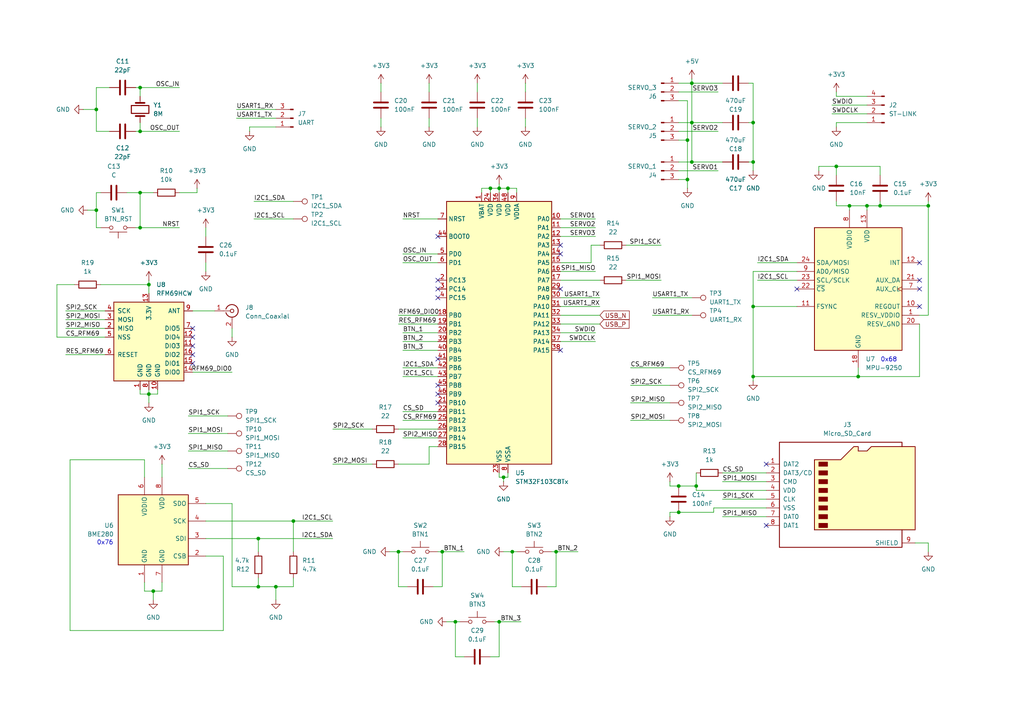
<source format=kicad_sch>
(kicad_sch (version 20250114) (generator "eeschema") (generator_version "9.0")
  (paper "A4")
  (title_block (title "NovaGlider") (date "2025-12-03") (rev "v1.1") (company "NovaGlider") (comment 1 "part of Saint-Barbara college") (comment 2 "created by Sam Vandenabeele"))
  (lib_symbols
    (symbol "Connector:Conn_01x03_Pin" (pin_names (offset 1.016) (hide yes))
      (property "Reference" "J" (at 0 5.08 0))
      (property "Value" "Conn_01x03_Pin" (at 0 -5.08 0))
      (symbol "Conn_01x03_Pin_1_1"
        (pin passive line (at 5.08 2.54 180) (length 3.81) (name "Pin_1") (number "1"))
        (pin passive line (at 5.08 0 180) (length 3.81) (name "Pin_2") (number "2"))
        (pin passive line (at 5.08 -2.54 180) (length 3.81) (name "Pin_3") (number "3"))
      )
    )
    (symbol "Connector:Conn_01x04_Pin" (pin_names (offset 1.016) (hide yes))
      (property "Reference" "J" (at 0 5.08 0))
      (property "Value" "Conn_01x04_Pin" (at 0 -7.62 0))
      (symbol "Conn_01x04_Pin_1_1"
        (pin passive line (at 5.08 2.54 180) (length 3.81) (name "Pin_1") (number "1"))
        (pin passive line (at 5.08 0 180) (length 3.81) (name "Pin_2") (number "2"))
        (pin passive line (at 5.08 -2.54 180) (length 3.81) (name "Pin_3") (number "3"))
        (pin passive line (at 5.08 -5.08 180) (length 3.81) (name "Pin_4") (number "4"))
      )
    )
    (symbol "Connector:Conn_Coaxial" (pin_names (offset 1.016) (hide yes))
      (property "Reference" "J" (at 0.254 3.048 0))
      (property "Value" "Conn_Coaxial" (at 2.921 0 90))
      (symbol "Conn_Coaxial_1_1"
        (pin passive line (at -5.08 0 0) (length 2.54) (name "In") (number "1"))
        (pin passive line (at 0 -5.08 90) (length 2.54) (name "Ext") (number "2"))
      )
    )
    (symbol "Connector:Micro_SD_Card" (pin_names (offset 1.016))
      (property "Reference" "J" (at -16.51 15.24 0))
      (property "Value" "Micro_SD_Card" (at 16.51 15.24 0))
      (symbol "Micro_SD_Card_1_1"
        (pin bidirectional line (at -22.86 7.62 0) (length 3.81) (name "DAT2") (number "1"))
        (pin bidirectional line (at -22.86 5.08 0) (length 3.81) (name "DAT3/CD") (number "2"))
        (pin input line (at -22.86 2.54 0) (length 3.81) (name "CMD") (number "3"))
        (pin power_in line (at -22.86 0 0) (length 3.81) (name "VDD") (number "4"))
        (pin input line (at -22.86 -2.54 0) (length 3.81) (name "CLK") (number "5"))
        (pin power_in line (at -22.86 -5.08 0) (length 3.81) (name "VSS") (number "6"))
        (pin bidirectional line (at -22.86 -7.62 0) (length 3.81) (name "DAT0") (number "7"))
        (pin bidirectional line (at -22.86 -10.16 0) (length 3.81) (name "DAT1") (number "8"))
        (pin passive line (at 20.32 -15.24 180) (length 3.81) (name "SHIELD") (number "9"))
      )
    )
    (symbol "Connector:TestPoint" (pin_numbers (hide yes)) (pin_names (offset 0.762) (hide yes))
      (property "Reference" "TP" (at 0 6.858 0))
      (property "Value" "TestPoint" (at 0 5.08 0))
      (symbol "TestPoint_1_1"
        (pin passive line (at 0 0 90) (length 2.54) (name "1") (number "1"))
      )
    )
    (symbol "Device:C" (pin_numbers (hide yes)) (pin_names (offset 0.254))
      (property "Reference" "C" (at 0.635 2.54 0))
      (property "Value" "C" (at 0.635 -2.54 0))
      (symbol "C_1_1"
        (pin passive line (at 0 3.81 270) (length 2.794) (name "~") (number "1"))
        (pin passive line (at 0 -3.81 90) (length 2.794) (name "~") (number "2"))
      )
    )
    (symbol "Device:Crystal" (pin_numbers (hide yes)) (pin_names (offset 1.016) (hide yes))
      (property "Reference" "Y" (at 0 3.81 0))
      (property "Value" "Crystal" (at 0 -3.81 0))
      (symbol "Crystal_1_1"
        (pin passive line (at -3.81 0 0) (length 1.27) (name "1") (number "1"))
        (pin passive line (at 3.81 0 180) (length 1.27) (name "2") (number "2"))
      )
    )
    (symbol "Device:R" (pin_numbers (hide yes)) (pin_names (offset 0))
      (property "Reference" "R" (at 2.032 0 90))
      (property "Value" "R" (at 0 0 90))
      (symbol "R_1_1"
        (pin passive line (at 0 3.81 270) (length 1.27) (name "~") (number "1"))
        (pin passive line (at 0 -3.81 90) (length 1.27) (name "~") (number "2"))
      )
    )
    (symbol "MCU_ST_STM32F1:STM32F103C8Tx"
      (property "Reference" "U" (at -15.24 39.37 0))
      (property "Value" "STM32F103C8Tx" (at 7.62 39.37 0))
      (symbol "STM32F103C8Tx_1_1"
        (pin input line (at -17.78 33.02 0) (length 2.54) (name "NRST") (number "7"))
        (pin input line (at -17.78 27.94 0) (length 2.54) (name "BOOT0") (number "44"))
        (pin bidirectional line (at -17.78 22.86 0) (length 2.54) (name "PD0") (number "5"))
        (pin bidirectional line (at -17.78 20.32 0) (length 2.54) (name "PD1") (number "6"))
        (pin bidirectional line (at -17.78 15.24 0) (length 2.54) (name "PC13") (number "2"))
        (pin bidirectional line (at -17.78 12.7 0) (length 2.54) (name "PC14") (number "3"))
        (pin bidirectional line (at -17.78 10.16 0) (length 2.54) (name "PC15") (number "4"))
        (pin bidirectional line (at -17.78 5.08 0) (length 2.54) (name "PB0") (number "18"))
        (pin bidirectional line (at -17.78 2.54 0) (length 2.54) (name "PB1") (number "19"))
        (pin bidirectional line (at -17.78 0 0) (length 2.54) (name "PB2") (number "20"))
        (pin bidirectional line (at -17.78 -2.54 0) (length 2.54) (name "PB3") (number "39"))
        (pin bidirectional line (at -17.78 -5.08 0) (length 2.54) (name "PB4") (number "40"))
        (pin bidirectional line (at -17.78 -7.62 0) (length 2.54) (name "PB5") (number "41"))
        (pin bidirectional line (at -17.78 -10.16 0) (length 2.54) (name "PB6") (number "42"))
        (pin bidirectional line (at -17.78 -12.7 0) (length 2.54) (name "PB7") (number "43"))
        (pin bidirectional line (at -17.78 -15.24 0) (length 2.54) (name "PB8") (number "45"))
        (pin bidirectional line (at -17.78 -17.78 0) (length 2.54) (name "PB9") (number "46"))
        (pin bidirectional line (at -17.78 -20.32 0) (length 2.54) (name "PB10") (number "21"))
        (pin bidirectional line (at -17.78 -22.86 0) (length 2.54) (name "PB11") (number "22"))
        (pin bidirectional line (at -17.78 -25.4 0) (length 2.54) (name "PB12") (number "25"))
        (pin bidirectional line (at -17.78 -27.94 0) (length 2.54) (name "PB13") (number "26"))
        (pin bidirectional line (at -17.78 -30.48 0) (length 2.54) (name "PB14") (number "27"))
        (pin bidirectional line (at -17.78 -33.02 0) (length 2.54) (name "PB15") (number "28"))
        (pin power_in line (at -5.08 40.64 270) (length 2.54) (name "VBAT") (number "1"))
        (pin power_in line (at -2.54 40.64 270) (length 2.54) (name "VDD") (number "24"))
        (pin power_in line (at 0 40.64 270) (length 2.54) (name "VDD") (number "36"))
        (pin power_in line (at 0 -40.64 90) (length 2.54) (name "VSS") (number "23"))
        (pin passive line (at 0 -40.64 90) (length 2.54) (hide yes) (name "VSS") (number "35"))
        (pin passive line (at 0 -40.64 90) (length 2.54) (hide yes) (name "VSS") (number "47"))
        (pin power_in line (at 2.54 40.64 270) (length 2.54) (name "VDD") (number "48"))
        (pin power_in line (at 2.54 -40.64 90) (length 2.54) (name "VSSA") (number "8"))
        (pin power_in line (at 5.08 40.64 270) (length 2.54) (name "VDDA") (number "9"))
        (pin bidirectional line (at 17.78 33.02 180) (length 2.54) (name "PA0") (number "10"))
        (pin bidirectional line (at 17.78 30.48 180) (length 2.54) (name "PA1") (number "11"))
        (pin bidirectional line (at 17.78 27.94 180) (length 2.54) (name "PA2") (number "12"))
        (pin bidirectional line (at 17.78 25.4 180) (length 2.54) (name "PA3") (number "13"))
        (pin bidirectional line (at 17.78 22.86 180) (length 2.54) (name "PA4") (number "14"))
        (pin bidirectional line (at 17.78 20.32 180) (length 2.54) (name "PA5") (number "15"))
        (pin bidirectional line (at 17.78 17.78 180) (length 2.54) (name "PA6") (number "16"))
        (pin bidirectional line (at 17.78 15.24 180) (length 2.54) (name "PA7") (number "17"))
        (pin bidirectional line (at 17.78 12.7 180) (length 2.54) (name "PA8") (number "29"))
        (pin bidirectional line (at 17.78 10.16 180) (length 2.54) (name "PA9") (number "30"))
        (pin bidirectional line (at 17.78 7.62 180) (length 2.54) (name "PA10") (number "31"))
        (pin bidirectional line (at 17.78 5.08 180) (length 2.54) (name "PA11") (number "32"))
        (pin bidirectional line (at 17.78 2.54 180) (length 2.54) (name "PA12") (number "33"))
        (pin bidirectional line (at 17.78 0 180) (length 2.54) (name "PA13") (number "34"))
        (pin bidirectional line (at 17.78 -2.54 180) (length 2.54) (name "PA14") (number "37"))
        (pin bidirectional line (at 17.78 -5.08 180) (length 2.54) (name "PA15") (number "38"))
      )
    )
    (symbol "RF_Module:RFM69HCW" (pin_names (offset 1.016))
      (property "Reference" "U" (at -10.414 11.684 0))
      (property "Value" "RFM69HCW" (at 1.524 11.43 0))
      (symbol "RFM69HCW_1_1"
        (pin input line (at -12.7 7.62 0) (length 2.54) (name "SCK") (number "4"))
        (pin input line (at -12.7 5.08 0) (length 2.54) (name "MOSI") (number "3"))
        (pin output line (at -12.7 2.54 0) (length 2.54) (name "MISO") (number "2"))
        (pin input line (at -12.7 0 0) (length 2.54) (name "NSS") (number "5"))
        (pin bidirectional line (at -12.7 -5.08 0) (length 2.54) (name "RESET") (number "6"))
        (pin power_in line (at -2.54 -15.24 90) (length 2.54) (name "GND") (number "1"))
        (pin power_in line (at 0 12.7 270) (length 2.54) (name "3.3V") (number "13"))
        (pin power_in line (at 0 -15.24 90) (length 2.54) (name "GND") (number "8"))
        (pin power_in line (at 2.54 -15.24 90) (length 2.54) (name "GND") (number "10"))
        (pin bidirectional line (at 12.7 7.62 180) (length 2.54) (name "ANT") (number "9"))
        (pin bidirectional line (at 12.7 2.54 180) (length 2.54) (name "DIO5") (number "7"))
        (pin bidirectional line (at 12.7 0 180) (length 2.54) (name "DIO4") (number "12"))
        (pin bidirectional line (at 12.7 -2.54 180) (length 2.54) (name "DIO3") (number "11"))
        (pin bidirectional line (at 12.7 -5.08 180) (length 2.54) (name "DIO2") (number "16"))
        (pin bidirectional line (at 12.7 -7.62 180) (length 2.54) (name "DIO1") (number "15"))
        (pin bidirectional line (at 12.7 -10.16 180) (length 2.54) (name "DIO0") (number "14"))
      )
    )
    (symbol "Sensor:BME280"
      (property "Reference" "U" (at -8.89 11.43 0))
      (property "Value" "BME280" (at 7.62 11.43 0))
      (symbol "BME280_1_1"
        (pin power_in line (at -2.54 15.24 270) (length 5.08) (name "VDDIO") (number "6"))
        (pin power_in line (at -2.54 -15.24 90) (length 5.08) (name "GND") (number "1"))
        (pin power_in line (at 2.54 15.24 270) (length 5.08) (name "VDD") (number "8"))
        (pin power_in line (at 2.54 -15.24 90) (length 5.08) (name "GND") (number "7"))
        (pin bidirectional line (at 15.24 7.62 180) (length 5.08) (name "SDO") (number "5"))
        (pin input line (at 15.24 2.54 180) (length 5.08) (name "SCK") (number "4"))
        (pin bidirectional line (at 15.24 -2.54 180) (length 5.08) (name "SDI") (number "3"))
        (pin input line (at 15.24 -7.62 180) (length 5.08) (name "CSB") (number "2"))
      )
    )
    (symbol "Sensor_Motion:MPU-9250"
      (property "Reference" "U" (at -11.43 19.05 0))
      (property "Value" "MPU-9250" (at 7.62 -19.05 0))
      (symbol "MPU-9250_1_1"
        (pin bidirectional line (at -17.78 7.62 0) (length 5.08) (name "SDA/MOSI") (number "24"))
        (pin bidirectional line (at -17.78 5.08 0) (length 5.08) (name "AD0/MISO") (number "9"))
        (pin input line (at -17.78 2.54 0) (length 5.08) (name "SCL/SCLK") (number "23"))
        (pin input line (at -17.78 0 0) (length 5.08) (name "~{CS}") (number "22"))
        (pin input line (at -17.78 -5.08 0) (length 5.08) (name "FSYNC") (number "11"))
        (pin power_in line (at -2.54 22.86 270) (length 5.08) (name "VDDIO") (number "8"))
        (pin power_in line (at 0 -22.86 90) (length 5.08) (name "GND") (number "18"))
        (pin power_in line (at 2.54 22.86 270) (length 5.08) (name "VDD") (number "13"))
        (pin output line (at 17.78 7.62 180) (length 5.08) (name "INT") (number "12"))
        (pin bidirectional line (at 17.78 2.54 180) (length 5.08) (name "AUX_DA") (number "21"))
        (pin output clock (at 17.78 0 180) (length 5.08) (name "AUX_CL") (number "7"))
        (pin passive line (at 17.78 -5.08 180) (length 5.08) (name "REGOUT") (number "10"))
        (pin input line (at 17.78 -7.62 180) (length 5.08) (name "RESV_VDDIO") (number "1"))
        (pin power_in line (at 17.78 -10.16 180) (length 5.08) (name "RESV_GND") (number "20"))
      )
    )
    (symbol "Switch:SW_Push" (pin_numbers (hide yes)) (pin_names (offset 1.016) (hide yes))
      (property "Reference" "SW" (at 1.27 2.54 0))
      (property "Value" "SW_Push" (at 0 -1.524 0))
      (symbol "SW_Push_0_1"
        (pin passive line (at -5.08 0 0) (length 2.54) (name "1") (number "1"))
        (pin passive line (at 5.08 0 180) (length 2.54) (name "2") (number "2"))
      )
    )
    (symbol "power:+3V3" (power) (pin_numbers (hide yes)) (pin_names (offset 0) (hide yes))
      (property "Value" "+3V3" (at 0 3.556 0))
      (symbol "+3V3_1_1"
        (pin power_in line (at 0 0 90) (length 0) (name "~") (number "1"))
      )
    )
    (symbol "power:+5V" (power) (pin_numbers (hide yes)) (pin_names (offset 0) (hide yes))
      (property "Value" "+5V" (at 0 3.556 0))
      (symbol "+5V_1_1"
        (pin power_in line (at 0 0 90) (length 0) (name "~") (number "1"))
      )
    )
    (symbol "power:GND" (power) (pin_numbers (hide yes)) (pin_names (offset 0) (hide yes))
      (property "Value" "GND" (at 0 -3.81 0))
      (symbol "GND_1_1"
        (pin power_in line (at 0 0 270) (length 0) (name "~") (number "1"))
      )
    )
  )
  (text "0x76\n" (at 30.48 157.48 0) (effects (font (size 1.27 1.27))))
  (text "0x68" (at 257.81 104.394 0) (effects (font (size 1.27 1.27))))
  (junction (at 248.92 109.22))
  (junction (at 201.93 140.97))
  (junction (at 196.85 140.97))
  (junction (at 40.64 38.1))
  (junction (at 196.85 148.59))
  (junction (at 115.57 160.02))
  (junction (at 251.46 59.69))
  (junction (at 161.29 160.02))
  (junction (at 27.94 60.96))
  (junction (at 147.32 54.61))
  (junction (at 43.18 114.3))
  (junction (at 218.44 109.22))
  (junction (at 40.64 66.04))
  (junction (at 80.01 170.18))
  (junction (at 43.18 82.55))
  (junction (at 199.39 40.64))
  (junction (at 144.78 180.34))
  (junction (at 44.45 171.45))
  (junction (at 218.44 46.99))
  (junction (at 40.64 25.4))
  (junction (at 148.59 160.02))
  (junction (at 199.39 52.07))
  (junction (at 144.78 54.61))
  (junction (at 74.93 156.21))
  (junction (at 246.38 59.69))
  (junction (at 200.66 46.99))
  (junction (at 200.66 24.13))
  (junction (at 40.64 55.88))
  (junction (at 218.44 88.9))
  (junction (at 128.27 160.02))
  (junction (at 200.66 35.56))
  (junction (at 74.93 170.18))
  (junction (at 85.09 151.13))
  (junction (at 142.24 54.61))
  (junction (at 146.05 138.43))
  (junction (at 242.57 48.26))
  (junction (at 218.44 35.56))
  (junction (at 269.24 59.69))
  (junction (at 255.27 59.69))
  (junction (at 132.08 180.34))
  (junction (at 27.94 31.75))
  (no_connect (at 162.56 101.6))
  (no_connect (at 127 114.3))
  (no_connect (at 55.88 102.87))
  (no_connect (at 55.88 95.25))
  (no_connect (at 162.56 83.82))
  (no_connect (at 266.7 76.2))
  (no_connect (at 55.88 100.33))
  (no_connect (at 266.7 88.9))
  (no_connect (at 231.14 83.82))
  (no_connect (at 127 104.14))
  (no_connect (at 55.88 105.41))
  (no_connect (at 162.56 73.66))
  (no_connect (at 127 81.28))
  (no_connect (at 55.88 97.79))
  (no_connect (at 266.7 81.28))
  (no_connect (at 127 68.58))
  (no_connect (at 127 116.84))
  (no_connect (at 266.7 83.82))
  (no_connect (at 222.25 152.4))
  (no_connect (at 222.25 134.62))
  (no_connect (at 162.56 71.12))
  (no_connect (at 127 111.76))
  (no_connect (at 127 83.82))
  (no_connect (at 127 86.36))
  (wire (pts (xy 173.99 71.12) (xy 171.45 71.12)))
  (wire (pts (xy 149.86 55.88) (xy 149.86 54.61)))
  (wire (pts (xy 73.66 63.5) (xy 85.09 63.5)))
  (wire (pts (xy 242.57 36.83) (xy 242.57 35.56)))
  (wire (pts (xy 40.64 38.1) (xy 39.37 38.1)))
  (wire (pts (xy 16.51 82.55) (xy 16.51 97.79)))
  (wire (pts (xy 116.84 63.5) (xy 127 63.5)))
  (wire (pts (xy 199.39 52.07) (xy 199.39 40.64)))
  (wire (pts (xy 134.62 190.5) (xy 132.08 190.5)))
  (wire (pts (xy 138.43 24.13) (xy 138.43 26.67)))
  (wire (pts (xy 129.54 180.34) (xy 132.08 180.34)))
  (wire (pts (xy 146.05 138.43) (xy 146.05 139.7)))
  (wire (pts (xy 74.93 160.02) (xy 74.93 156.21)))
  (wire (pts (xy 231.14 88.9) (xy 218.44 88.9)))
  (wire (pts (xy 124.46 129.54) (xy 124.46 134.62)))
  (wire (pts (xy 57.15 55.88) (xy 52.07 55.88)))
  (wire (pts (xy 266.7 93.98) (xy 266.7 109.22)))
  (wire (pts (xy 40.64 25.4) (xy 39.37 25.4)))
  (wire (pts (xy 124.46 134.62) (xy 115.57 134.62)))
  (wire (pts (xy 152.4 34.29) (xy 152.4 36.83)))
  (wire (pts (xy 59.69 66.04) (xy 59.69 68.58)))
  (wire (pts (xy 242.57 27.94) (xy 251.46 27.94)))
  (wire (pts (xy 269.24 91.44) (xy 269.24 59.69)))
  (wire (pts (xy 67.31 170.18) (xy 74.93 170.18)))
  (wire (pts (xy 147.32 54.61) (xy 147.32 55.88)))
  (wire (pts (xy 54.61 130.81) (xy 66.04 130.81)))
  (wire (pts (xy 246.38 60.96) (xy 246.38 59.69)))
  (wire (pts (xy 162.56 96.52) (xy 172.72 96.52)))
  (wire (pts (xy 201.93 140.97) (xy 201.93 142.24)))
  (wire (pts (xy 43.18 114.3) (xy 45.72 114.3)))
  (wire (pts (xy 128.27 160.02) (xy 134.62 160.02)))
  (wire (pts (xy 200.66 35.56) (xy 200.66 24.13)))
  (wire (pts (xy 125.73 170.18) (xy 128.27 170.18)))
  (wire (pts (xy 146.05 160.02) (xy 148.59 160.02)))
  (wire (pts (xy 54.61 120.65) (xy 66.04 120.65)))
  (wire (pts (xy 85.09 170.18) (xy 80.01 170.18)))
  (wire (pts (xy 29.21 82.55) (xy 43.18 82.55)))
  (wire (pts (xy 199.39 29.21) (xy 196.85 29.21)))
  (wire (pts (xy 199.39 54.61) (xy 199.39 52.07)))
  (wire (pts (xy 199.39 40.64) (xy 199.39 29.21)))
  (wire (pts (xy 209.55 137.16) (xy 222.25 137.16)))
  (wire (pts (xy 124.46 34.29) (xy 124.46 36.83)))
  (wire (pts (xy 242.57 26.67) (xy 242.57 27.94)))
  (wire (pts (xy 72.39 36.83) (xy 72.39 38.1)))
  (wire (pts (xy 144.78 53.34) (xy 144.78 54.61)))
  (wire (pts (xy 146.05 138.43) (xy 147.32 138.43)))
  (wire (pts (xy 67.31 146.05) (xy 67.31 170.18)))
  (wire (pts (xy 147.32 54.61) (xy 149.86 54.61)))
  (wire (pts (xy 162.56 81.28) (xy 173.99 81.28)))
  (wire (pts (xy 269.24 58.42) (xy 269.24 59.69)))
  (wire (pts (xy 115.57 124.46) (xy 127 124.46)))
  (wire (pts (xy 110.49 24.13) (xy 110.49 26.67)))
  (wire (pts (xy 200.66 24.13) (xy 196.85 24.13)))
  (wire (pts (xy 40.64 25.4) (xy 52.07 25.4)))
  (wire (pts (xy 116.84 76.2) (xy 127 76.2)))
  (wire (pts (xy 85.09 151.13) (xy 96.52 151.13)))
  (wire (pts (xy 19.05 92.71) (xy 30.48 92.71)))
  (wire (pts (xy 182.88 106.68) (xy 194.31 106.68)))
  (wire (pts (xy 40.64 66.04) (xy 52.07 66.04)))
  (wire (pts (xy 181.61 81.28) (xy 191.77 81.28)))
  (wire (pts (xy 194.31 148.59) (xy 196.85 148.59)))
  (wire (pts (xy 40.64 114.3) (xy 43.18 114.3)))
  (wire (pts (xy 182.88 116.84) (xy 194.31 116.84)))
  (wire (pts (xy 41.91 133.35) (xy 20.32 133.35)))
  (wire (pts (xy 43.18 81.28) (xy 43.18 82.55)))
  (wire (pts (xy 266.7 109.22) (xy 248.92 109.22)))
  (wire (pts (xy 116.84 106.68) (xy 127 106.68)))
  (wire (pts (xy 152.4 24.13) (xy 152.4 26.67)))
  (wire (pts (xy 209.55 46.99) (xy 200.66 46.99)))
  (wire (pts (xy 148.59 160.02) (xy 149.86 160.02)))
  (wire (pts (xy 127 129.54) (xy 124.46 129.54)))
  (wire (pts (xy 74.93 170.18) (xy 74.93 167.64)))
  (wire (pts (xy 237.49 48.26) (xy 242.57 48.26)))
  (wire (pts (xy 41.91 168.91) (xy 41.91 171.45)))
  (wire (pts (xy 139.7 54.61) (xy 142.24 54.61)))
  (wire (pts (xy 255.27 48.26) (xy 255.27 50.8)))
  (wire (pts (xy 40.64 38.1) (xy 52.07 38.1)))
  (wire (pts (xy 171.45 71.12) (xy 171.45 76.2)))
  (wire (pts (xy 115.57 91.44) (xy 127 91.44)))
  (wire (pts (xy 24.13 31.75) (xy 27.94 31.75)))
  (wire (pts (xy 217.17 46.99) (xy 218.44 46.99)))
  (wire (pts (xy 59.69 156.21) (xy 74.93 156.21)))
  (wire (pts (xy 80.01 31.75) (xy 68.58 31.75)))
  (wire (pts (xy 144.78 54.61) (xy 147.32 54.61)))
  (wire (pts (xy 27.94 66.04) (xy 29.21 66.04)))
  (wire (pts (xy 162.56 63.5) (xy 172.72 63.5)))
  (wire (pts (xy 27.94 38.1) (xy 31.75 38.1)))
  (wire (pts (xy 196.85 52.07) (xy 199.39 52.07)))
  (wire (pts (xy 162.56 93.98) (xy 173.99 93.98)))
  (wire (pts (xy 54.61 125.73) (xy 66.04 125.73)))
  (wire (pts (xy 209.55 149.86) (xy 222.25 149.86)))
  (wire (pts (xy 207.01 147.32) (xy 222.25 147.32)))
  (wire (pts (xy 74.93 156.21) (xy 96.52 156.21)))
  (wire (pts (xy 194.31 139.7) (xy 194.31 140.97)))
  (wire (pts (xy 128.27 170.18) (xy 128.27 160.02)))
  (wire (pts (xy 269.24 160.02) (xy 269.24 157.48)))
  (wire (pts (xy 115.57 170.18) (xy 115.57 160.02)))
  (wire (pts (xy 124.46 24.13) (xy 124.46 26.67)))
  (wire (pts (xy 196.85 46.99) (xy 200.66 46.99)))
  (wire (pts (xy 27.94 55.88) (xy 27.94 60.96)))
  (wire (pts (xy 207.01 148.59) (xy 207.01 147.32)))
  (wire (pts (xy 218.44 109.22) (xy 218.44 88.9)))
  (wire (pts (xy 144.78 180.34) (xy 151.13 180.34)))
  (wire (pts (xy 54.61 135.89) (xy 66.04 135.89)))
  (wire (pts (xy 142.24 54.61) (xy 144.78 54.61)))
  (wire (pts (xy 144.78 137.16) (xy 144.78 138.43)))
  (wire (pts (xy 242.57 58.42) (xy 242.57 59.69)))
  (wire (pts (xy 39.37 66.04) (xy 40.64 66.04)))
  (wire (pts (xy 55.88 107.95) (xy 67.31 107.95)))
  (wire (pts (xy 80.01 173.99) (xy 80.01 170.18)))
  (wire (pts (xy 116.84 101.6) (xy 127 101.6)))
  (wire (pts (xy 182.88 111.76) (xy 194.31 111.76)))
  (wire (pts (xy 139.7 55.88) (xy 139.7 54.61)))
  (wire (pts (xy 16.51 97.79) (xy 30.48 97.79)))
  (wire (pts (xy 218.44 88.9) (xy 218.44 78.74)))
  (wire (pts (xy 19.05 95.25) (xy 30.48 95.25)))
  (wire (pts (xy 148.59 170.18) (xy 148.59 160.02)))
  (wire (pts (xy 80.01 170.18) (xy 74.93 170.18)))
  (wire (pts (xy 208.28 49.53) (xy 196.85 49.53)))
  (wire (pts (xy 218.44 24.13) (xy 217.17 24.13)))
  (wire (pts (xy 241.3 30.48) (xy 251.46 30.48)))
  (wire (pts (xy 162.56 86.36) (xy 173.99 86.36)))
  (wire (pts (xy 218.44 35.56) (xy 218.44 24.13)))
  (wire (pts (xy 171.45 76.2) (xy 162.56 76.2)))
  (wire (pts (xy 20.32 133.35) (xy 20.32 182.88)))
  (wire (pts (xy 29.21 55.88) (xy 27.94 55.88)))
  (wire (pts (xy 118.11 170.18) (xy 115.57 170.18)))
  (wire (pts (xy 144.78 190.5) (xy 144.78 180.34)))
  (wire (pts (xy 96.52 124.46) (xy 107.95 124.46)))
  (wire (pts (xy 189.23 86.36) (xy 200.66 86.36)))
  (wire (pts (xy 44.45 171.45) (xy 46.99 171.45)))
  (wire (pts (xy 59.69 146.05) (xy 67.31 146.05)))
  (wire (pts (xy 219.71 81.28) (xy 231.14 81.28)))
  (wire (pts (xy 199.39 40.64) (xy 196.85 40.64)))
  (wire (pts (xy 41.91 171.45) (xy 44.45 171.45)))
  (wire (pts (xy 59.69 151.13) (xy 85.09 151.13)))
  (wire (pts (xy 115.57 93.98) (xy 127 93.98)))
  (wire (pts (xy 67.31 95.25) (xy 67.31 97.79)))
  (wire (pts (xy 46.99 134.62) (xy 46.99 138.43)))
  (wire (pts (xy 96.52 134.62) (xy 107.95 134.62)))
  (wire (pts (xy 115.57 160.02) (xy 116.84 160.02)))
  (wire (pts (xy 162.56 66.04) (xy 172.72 66.04)))
  (wire (pts (xy 218.44 46.99) (xy 218.44 35.56)))
  (wire (pts (xy 132.08 180.34) (xy 133.35 180.34)))
  (wire (pts (xy 161.29 170.18) (xy 161.29 160.02)))
  (wire (pts (xy 196.85 140.97) (xy 201.93 140.97)))
  (wire (pts (xy 116.84 109.22) (xy 127 109.22)))
  (wire (pts (xy 19.05 90.17) (xy 30.48 90.17)))
  (wire (pts (xy 201.93 137.16) (xy 201.93 140.97)))
  (wire (pts (xy 208.28 26.67) (xy 196.85 26.67)))
  (wire (pts (xy 21.59 82.55) (xy 16.51 82.55)))
  (wire (pts (xy 110.49 34.29) (xy 110.49 36.83)))
  (wire (pts (xy 162.56 91.44) (xy 173.99 91.44)))
  (wire (pts (xy 116.84 127) (xy 127 127)))
  (wire (pts (xy 40.64 35.56) (xy 40.64 38.1)))
  (wire (pts (xy 25.4 60.96) (xy 27.94 60.96)))
  (wire (pts (xy 218.44 78.74) (xy 231.14 78.74)))
  (wire (pts (xy 40.64 27.94) (xy 40.64 25.4)))
  (wire (pts (xy 162.56 68.58) (xy 172.72 68.58)))
  (wire (pts (xy 59.69 76.2) (xy 59.69 78.74)))
  (wire (pts (xy 242.57 50.8) (xy 242.57 48.26)))
  (wire (pts (xy 218.44 35.56) (xy 217.17 35.56)))
  (wire (pts (xy 55.88 90.17) (xy 62.23 90.17)))
  (wire (pts (xy 200.66 22.86) (xy 200.66 24.13)))
  (wire (pts (xy 116.84 73.66) (xy 127 73.66)))
  (wire (pts (xy 161.29 160.02) (xy 167.64 160.02)))
  (wire (pts (xy 116.84 96.52) (xy 127 96.52)))
  (wire (pts (xy 242.57 35.56) (xy 251.46 35.56)))
  (wire (pts (xy 144.78 54.61) (xy 144.78 55.88)))
  (wire (pts (xy 138.43 34.29) (xy 138.43 36.83)))
  (wire (pts (xy 64.77 161.29) (xy 59.69 161.29)))
  (wire (pts (xy 72.39 36.83) (xy 80.01 36.83)))
  (wire (pts (xy 209.55 139.7) (xy 222.25 139.7)))
  (wire (pts (xy 43.18 82.55) (xy 43.18 85.09)))
  (wire (pts (xy 209.55 35.56) (xy 200.66 35.56)))
  (wire (pts (xy 43.18 114.3) (xy 43.18 116.84)))
  (wire (pts (xy 160.02 160.02) (xy 161.29 160.02)))
  (wire (pts (xy 144.78 138.43) (xy 146.05 138.43)))
  (wire (pts (xy 46.99 171.45) (xy 46.99 168.91)))
  (wire (pts (xy 158.75 170.18) (xy 161.29 170.18)))
  (wire (pts (xy 147.32 138.43) (xy 147.32 137.16)))
  (wire (pts (xy 218.44 49.53) (xy 218.44 46.99)))
  (wire (pts (xy 40.64 55.88) (xy 44.45 55.88)))
  (wire (pts (xy 20.32 182.88) (xy 64.77 182.88)))
  (wire (pts (xy 162.56 99.06) (xy 172.72 99.06)))
  (wire (pts (xy 44.45 171.45) (xy 44.45 173.99)))
  (wire (pts (xy 45.72 114.3) (xy 45.72 113.03)))
  (wire (pts (xy 85.09 167.64) (xy 85.09 170.18)))
  (wire (pts (xy 64.77 182.88) (xy 64.77 161.29)))
  (wire (pts (xy 219.71 76.2) (xy 231.14 76.2)))
  (wire (pts (xy 132.08 190.5) (xy 132.08 180.34)))
  (wire (pts (xy 113.03 160.02) (xy 115.57 160.02)))
  (wire (pts (xy 31.75 25.4) (xy 27.94 25.4)))
  (wire (pts (xy 196.85 148.59) (xy 207.01 148.59)))
  (wire (pts (xy 255.27 59.69) (xy 269.24 59.69)))
  (wire (pts (xy 41.91 138.43) (xy 41.91 133.35)))
  (wire (pts (xy 57.15 54.61) (xy 57.15 55.88)))
  (wire (pts (xy 241.3 33.02) (xy 251.46 33.02)))
  (wire (pts (xy 251.46 59.69) (xy 255.27 59.69)))
  (wire (pts (xy 246.38 59.69) (xy 242.57 59.69)))
  (wire (pts (xy 27.94 31.75) (xy 27.94 38.1)))
  (wire (pts (xy 209.55 24.13) (xy 200.66 24.13)))
  (wire (pts (xy 116.84 121.92) (xy 127 121.92)))
  (wire (pts (xy 266.7 91.44) (xy 269.24 91.44)))
  (wire (pts (xy 248.92 106.68) (xy 248.92 109.22)))
  (wire (pts (xy 162.56 88.9) (xy 173.99 88.9)))
  (wire (pts (xy 242.57 48.26) (xy 255.27 48.26)))
  (wire (pts (xy 189.23 91.44) (xy 200.66 91.44)))
  (wire (pts (xy 194.31 140.97) (xy 196.85 140.97)))
  (wire (pts (xy 200.66 35.56) (xy 196.85 35.56)))
  (wire (pts (xy 201.93 142.24) (xy 222.25 142.24)))
  (wire (pts (xy 182.88 121.92) (xy 194.31 121.92)))
  (wire (pts (xy 208.28 38.1) (xy 196.85 38.1)))
  (wire (pts (xy 181.61 71.12) (xy 191.77 71.12)))
  (wire (pts (xy 27.94 60.96) (xy 27.94 66.04)))
  (wire (pts (xy 194.31 149.86) (xy 194.31 148.59)))
  (wire (pts (xy 142.24 55.88) (xy 142.24 54.61)))
  (wire (pts (xy 85.09 160.02) (xy 85.09 151.13)))
  (wire (pts (xy 142.24 190.5) (xy 144.78 190.5)))
  (wire (pts (xy 255.27 58.42) (xy 255.27 59.69)))
  (wire (pts (xy 36.83 55.88) (xy 40.64 55.88)))
  (wire (pts (xy 19.05 102.87) (xy 30.48 102.87)))
  (wire (pts (xy 40.64 66.04) (xy 40.64 55.88)))
  (wire (pts (xy 73.66 58.42) (xy 85.09 58.42)))
  (wire (pts (xy 27.94 25.4) (xy 27.94 31.75)))
  (wire (pts (xy 200.66 46.99) (xy 200.66 35.56)))
  (wire (pts (xy 269.24 157.48) (xy 265.43 157.48)))
  (wire (pts (xy 151.13 170.18) (xy 148.59 170.18)))
  (wire (pts (xy 251.46 60.96) (xy 251.46 59.69)))
  (wire (pts (xy 246.38 59.69) (xy 251.46 59.69)))
  (wire (pts (xy 127 160.02) (xy 128.27 160.02)))
  (wire (pts (xy 116.84 99.06) (xy 127 99.06)))
  (wire (pts (xy 116.84 119.38) (xy 127 119.38)))
  (wire (pts (xy 237.49 49.53) (xy 237.49 48.26)))
  (wire (pts (xy 80.01 34.29) (xy 68.58 34.29)))
  (wire (pts (xy 248.92 109.22) (xy 218.44 109.22)))
  (wire (pts (xy 143.51 180.34) (xy 144.78 180.34)))
  (wire (pts (xy 209.55 144.78) (xy 222.25 144.78)))
  (wire (pts (xy 218.44 110.49) (xy 218.44 109.22)))
  (wire (pts (xy 162.56 78.74) (xy 172.72 78.74)))
  (wire (pts (xy 40.64 113.03) (xy 40.64 114.3)))
  (wire (pts (xy 43.18 113.03) (xy 43.18 114.3)))
  (label "NRST" (at 116.84 63.5 0))
  (label "SPI1_SCK" (at 54.61 120.65 0))
  (label "CS_RFM69" (at 19.05 97.79 0))
  (label "USART1_TX" (at 68.58 34.29 0))
  (label "SPI2_MOSI" (at 96.52 134.62 0))
  (label "BTN_3" (at 116.84 101.6 0))
  (label "RES_RFM69" (at 19.05 102.87 0))
  (label "SPI1_MOSI" (at 209.55 139.7 0))
  (label "OSC_IN" (at 116.84 73.66 0))
  (label "USART1_RX" (at 68.58 31.75 0))
  (label "SPI2_MISO" (at 116.84 127 0))
  (label "SERVO1" (at 208.28 49.53 180))
  (label "BTN_3" (at 151.13 180.34 180) (effects (font (thickness 0.1588))))
  (label "SPI2_SCK" (at 182.88 111.76 0))
  (label "SERVO1" (at 172.72 63.5 180))
  (label "SWDIO" (at 172.72 96.52 180))
  (label "USART1_RX" (at 189.23 91.44 0))
  (label "I2C1_SDA" (at 219.71 76.2 0))
  (label "I2C1_SDA" (at 96.52 156.21 180))
  (label "I2C1_SCL" (at 96.52 151.13 180))
  (label "OSC_IN" (at 52.07 25.4 180))
  (label "SPI2_MISO" (at 19.05 95.25 0))
  (label "SPI2_SCK" (at 19.05 90.17 0))
  (label "OSC_OUT" (at 52.07 38.1 180))
  (label "NRST" (at 52.07 66.04 180))
  (label "SPI2_MOSI" (at 19.05 92.71 0))
  (label "SPI1_MOSI" (at 54.61 125.73 0))
  (label "SPI1_MISO" (at 54.61 130.81 0))
  (label "I2C1_SDA" (at 73.66 58.42 0))
  (label "SERVO3" (at 208.28 26.67 180))
  (label "BTN_2" (at 167.64 160.02 180) (effects (font (thickness 0.1588))))
  (label "SPI1_SCK" (at 191.77 71.12 180))
  (label "SPI1_MISO" (at 209.55 149.86 0))
  (label "CS_SD" (at 209.55 137.16 0))
  (label "SWDCLK" (at 172.72 99.06 180))
  (label "I2C1_SCL" (at 73.66 63.5 0))
  (label "RES_RFM69" (at 115.57 93.98 0))
  (label "CS_RFM69" (at 182.88 106.68 0))
  (label "SERVO2" (at 172.72 66.04 180))
  (label "SERVO2" (at 208.28 38.1 180))
  (label "SPI1_MISO" (at 172.72 78.74 180))
  (label "RFM69_DIO0" (at 115.57 91.44 0))
  (label "SPI2_MOSI" (at 182.88 121.92 0))
  (label "SERVO3" (at 172.72 68.58 180))
  (label "SPI1_MOSI" (at 191.77 81.28 180))
  (label "I2C1_SDA" (at 116.84 106.68 0))
  (label "USART1_RX" (at 173.99 88.9 180))
  (label "SPI2_MISO" (at 182.88 116.84 0))
  (label "I2C1_SCL" (at 219.71 81.28 0))
  (label "SWDCLK" (at 241.3 33.02 0))
  (label "CS_SD" (at 116.84 119.38 0))
  (label "I2C1_SCL" (at 116.84 109.22 0))
  (label "SPI1_SCK" (at 209.55 144.78 0))
  (label "BTN_2" (at 116.84 99.06 0))
  (label "BTN_1" (at 134.62 160.02 180) (effects (font (thickness 0.1588))))
  (label "CS_RFM69" (at 116.84 121.92 0))
  (label "RFM69_DIO0" (at 67.31 107.95 180))
  (label "SWDIO" (at 241.3 30.48 0))
  (label "USART1_TX" (at 189.23 86.36 0))
  (label "CS_SD" (at 54.61 135.89 0))
  (label "USART1_TX" (at 173.99 86.36 180))
  (label "SPI2_SCK" (at 96.52 124.46 0))
  (label "BTN_1" (at 116.84 96.52 0))
  (label "OSC_OUT" (at 116.84 76.2 0))
  (global_label "USB_N" (shape input) (at 173.99 91.44 0) (property "Intersheetrefs" "${INTERSHEET_REFS}" (effects (hide yes))))
  (global_label "USB_P" (shape input) (at 173.99 93.98 0) (property "Intersheetrefs" "${INTERSHEET_REFS}" (effects (hide yes))))
  (symbol (lib_id "Device:R") (at 205.74 137.16 90) (unit 1)
    (property "Reference" "R13" (at 205.74 130.81 90))
    (property "Value" "1k" (at 205.74 133.35 90))
    (property "Description" "Resistor" (effects (hide yes)))
  )
  (symbol (lib_id "Connector:Conn_01x03_Pin") (at 191.77 49.53 0) (unit 1)
    (property "Reference" "J4" (at 190.5 50.8001 0) (effects (justify right)))
    (property "Value" "SERVO_1" (at 190.5 48.2601 0) (effects (justify right)))
    (property "Description" "Generic connector, single row, 01x03, script generated" (effects (hide yes)))
  )
  (symbol (lib_id "Device:C") (at 213.36 24.13 90) (unit 1)
    (property "Reference" "C19" (at 213.36 31.75 90))
    (property "Value" "470uF" (at 213.36 29.21 90))
    (property "Description" "Unpolarized capacitor" (effects (hide yes)))
  )
  (symbol (lib_id "power:GND") (at 242.57 36.83 0) (unit 1)
    (property "Reference" "#PWR026" (effects (hide yes)))
    (property "Value" "GND" (at 242.57 41.91 0))
    (property "Description" "Power symbol creates a global label with name \"GND\" , ground" (effects (hide yes)))
  )
  (symbol (lib_id "Device:R") (at 25.4 82.55 90) (unit 1)
    (property "Reference" "R19" (at 25.4 76.2 90))
    (property "Value" "1k" (at 25.4 78.74 90))
    (property "Description" "Resistor" (effects (hide yes)))
  )
  (symbol (lib_id "power:GND") (at 24.13 31.75 270) (unit 1)
    (property "Reference" "#PWR020" (effects (hide yes)))
    (property "Value" "GND" (at 20.32 31.7499 90) (effects (justify right)))
    (property "Description" "Power symbol creates a global label with name \"GND\" , ground" (effects (hide yes)))
  )
  (symbol (lib_id "power:GND") (at 269.24 160.02 0) (unit 1)
    (property "Reference" "#PWR032" (effects (hide yes)))
    (property "Value" "GND" (at 269.24 165.1 0))
    (property "Description" "Power symbol creates a global label with name \"GND\" , ground" (effects (hide yes)))
  )
  (symbol (lib_id "Connector:Conn_01x03_Pin") (at 191.77 26.67 0) (unit 1)
    (property "Reference" "J6" (at 190.5 27.9401 0) (effects (justify right)))
    (property "Value" "SERVO_3" (at 190.5 25.4001 0) (effects (justify right)))
    (property "Description" "Generic connector, single row, 01x03, script generated" (effects (hide yes)))
  )
  (symbol (lib_id "power:GND") (at 237.49 49.53 0) (unit 1)
    (property "Reference" "#PWR033" (effects (hide yes)))
    (property "Value" "GND" (at 237.49 54.61 0))
    (property "Description" "Power symbol creates a global label with name \"GND\" , ground" (effects (hide yes)))
  )
  (symbol (lib_id "Switch:SW_Push") (at 121.92 160.02 0) (unit 1)
    (property "Reference" "SW2" (at 121.92 152.4 0))
    (property "Value" "BTN1" (at 121.92 154.94 0))
    (property "Description" "Push button switch, generic, two pins" (effects (hide yes)))
  )
  (symbol (lib_id "Device:R") (at 85.09 163.83 180) (unit 1)
    (property "Reference" "R11" (at 87.63 162.5599 0) (effects (justify right)))
    (property "Value" "4.7k" (at 87.63 165.0999 0) (effects (justify right)))
    (property "Description" "Resistor" (effects (hide yes)))
  )
  (symbol (lib_id "Connector:Conn_01x03_Pin") (at 191.77 38.1 0) (unit 1)
    (property "Reference" "J5" (at 190.5 39.3701 0) (effects (justify right)))
    (property "Value" "SERVO_2" (at 190.5 36.8301 0) (effects (justify right)))
    (property "Description" "Generic connector, single row, 01x03, script generated" (effects (hide yes)))
  )
  (symbol (lib_id "power:GND") (at 43.18 116.84 0) (unit 1)
    (property "Reference" "#PWR037" (effects (hide yes)))
    (property "Value" "GND" (at 43.18 121.92 0))
    (property "Description" "Power symbol creates a global label with name \"GND\" , ground" (effects (hide yes)))
  )
  (symbol (lib_id "power:GND") (at 199.39 54.61 0) (unit 1)
    (property "Reference" "#PWR039" (effects (hide yes)))
    (property "Value" "GND" (at 199.39 59.69 0))
    (property "Description" "Power symbol creates a global label with name \"GND\" , ground" (effects (hide yes)))
  )
  (symbol (lib_id "Device:C") (at 59.69 72.39 0) (unit 1)
    (property "Reference" "C26" (at 63.5 71.1199 0) (effects (justify left)))
    (property "Value" "0.1uF" (at 63.5 73.6599 0) (effects (justify left)))
    (property "Description" "Unpolarized capacitor" (effects (hide yes)))
  )
  (symbol (lib_id "Connector:Conn_01x04_Pin") (at 256.54 33.02 180) (unit 1)
    (property "Reference" "J2" (at 257.81 30.4799 0) (effects (justify right)))
    (property "Value" "ST-LINK" (at 257.81 33.0199 0) (effects (justify right)))
    (property "Description" "Generic connector, single row, 01x04, script generated" (effects (hide yes)))
  )
  (symbol (lib_id "Connector:Conn_Coaxial") (at 67.31 90.17 0) (unit 1)
    (property "Reference" "J8" (at 71.12 89.1931 0) (effects (justify left)))
    (property "Value" "Conn_Coaxial" (at 71.12 91.7331 0) (effects (justify left)))
    (property "Footprint" "Connector_Coaxial:U.FL_Molex_MCRF_73412-0110_Vertical" (effects (hide yes)))
    (property "Description" "coaxial connector (BNC, SMA, SMB, SMC, Cinch/RCA, LEMO, ...)" (effects (hide yes)))
  )
  (symbol (lib_id "power:+3V3") (at 59.69 66.04 0) (unit 1)
    (property "Reference" "#PWR028" (effects (hide yes)))
    (property "Value" "+3V3" (at 59.69 60.96 0))
    (property "Description" "Power symbol creates a global label with name \"+3V3\"" (effects (hide yes)))
  )
  (symbol (lib_id "power:GND") (at 218.44 49.53 0) (unit 1)
    (property "Reference" "#PWR041" (effects (hide yes)))
    (property "Value" "GND" (at 218.44 54.61 0))
    (property "Description" "Power symbol creates a global label with name \"GND\" , ground" (effects (hide yes)))
  )
  (symbol (lib_id "Connector:TestPoint") (at 66.04 125.73 270) (unit 1)
    (property "Reference" "TP10" (at 71.12 124.4599 90) (effects (justify left)))
    (property "Value" "SPI1_MOSI" (at 71.12 126.9999 90) (effects (justify left)))
    (property "Description" "test point" (effects (hide yes)))
  )
  (symbol (lib_id "power:GND") (at 44.45 173.99 0) (unit 1)
    (property "Reference" "#PWR027" (effects (hide yes)))
    (property "Value" "GND" (at 44.45 179.07 0))
    (property "Description" "Power symbol creates a global label with name \"GND\" , ground" (effects (hide yes)))
  )
  (symbol (lib_id "RF_Module:RFM69HCW") (at 43.18 97.79 0) (unit 1)
    (property "Reference" "U8" (at 45.3233 82.55 0) (effects (justify left)))
    (property "Value" "RFM69HCW" (at 45.3233 85.09 0) (effects (justify left)))
    (property "Datasheet" "https://www.hoperf.com/data/upload/portal/20181127/5bfcb8284d838.pdf" (effects (hide yes)))
    (property "Description" "Low power ISM Radio Transceiver Module, SPI interface, AES encryption, 434 or 915 MHz, up to 100mW, up to 300 kb/s, SMD-16, DIP-16" (effects (hide yes)))
  )
  (symbol (lib_id "power:+3V3") (at 124.46 24.13 0) (unit 1)
    (property "Reference" "#PWR044" (effects (hide yes)))
    (property "Value" "+3V3" (at 124.46 19.05 0))
    (property "Description" "Power symbol creates a global label with name \"+3V3\"" (effects (hide yes)))
  )
  (symbol (lib_id "Device:C") (at 33.02 55.88 90) (unit 1)
    (property "Reference" "C13" (at 33.02 48.26 90))
    (property "Value" "C" (at 33.02 50.8 90))
    (property "Description" "Unpolarized capacitor" (effects (hide yes)))
  )
  (symbol (lib_id "Connector:Conn_01x03_Pin") (at 85.09 34.29 180) (unit 1)
    (property "Reference" "J7" (at 86.36 33.0199 0) (effects (justify right)))
    (property "Value" "UART" (at 86.36 35.5599 0) (effects (justify right)))
    (property "Description" "Generic connector, single row, 01x03, script generated" (effects (hide yes)))
  )
  (symbol (lib_id "power:+3V3") (at 138.43 24.13 0) (unit 1)
    (property "Reference" "#PWR046" (effects (hide yes)))
    (property "Value" "+3V3" (at 138.43 19.05 0))
    (property "Description" "Power symbol creates a global label with name \"+3V3\"" (effects (hide yes)))
  )
  (symbol (lib_id "Connector:TestPoint") (at 200.66 91.44 270) (unit 1)
    (property "Reference" "TP4" (at 205.74 90.1699 90) (effects (justify left)))
    (property "Value" "UART1_RX" (at 205.74 92.7099 90) (effects (justify left)))
    (property "Description" "test point" (effects (hide yes)))
  )
  (symbol (lib_id "Device:C") (at 255.27 54.61 0) (unit 1)
    (property "Reference" "C15" (at 259.08 53.3399 0) (effects (justify left)))
    (property "Value" "0.1uF" (at 259.08 55.8799 0) (effects (justify left)))
    (property "Description" "Unpolarized capacitor" (effects (hide yes)))
  )
  (symbol (lib_id "Connector:TestPoint") (at 66.04 120.65 270) (unit 1)
    (property "Reference" "TP9" (at 71.12 119.3799 90) (effects (justify left)))
    (property "Value" "SPI1_SCK" (at 71.12 121.9199 90) (effects (justify left)))
    (property "Description" "test point" (effects (hide yes)))
  )
  (symbol (lib_id "Device:C") (at 154.94 170.18 90) (unit 1)
    (property "Reference" "C28" (at 154.94 162.56 90))
    (property "Value" "0.1uF" (at 154.94 165.1 90))
    (property "Description" "Unpolarized capacitor" (effects (hide yes)))
  )
  (symbol (lib_id "Device:R") (at 74.93 163.83 180) (unit 1)
    (property "Reference" "R12" (at 72.39 165.1001 0) (effects (justify left)))
    (property "Value" "4.7k" (at 72.39 162.5601 0) (effects (justify left)))
    (property "Description" "Resistor" (effects (hide yes)))
  )
  (symbol (lib_id "power:+3V3") (at 152.4 24.13 0) (unit 1)
    (property "Reference" "#PWR048" (effects (hide yes)))
    (property "Value" "+3V3" (at 152.4 19.05 0))
    (property "Description" "Power symbol creates a global label with name \"+3V3\"" (effects (hide yes)))
  )
  (symbol (lib_id "Device:C") (at 35.56 25.4 90) (unit 1)
    (property "Reference" "C11" (at 35.56 17.78 90))
    (property "Value" "22pF" (at 35.56 20.32 90))
    (property "Description" "Unpolarized capacitor" (effects (hide yes)))
  )
  (symbol (lib_id "Connector:TestPoint") (at 85.09 63.5 270) (unit 1)
    (property "Reference" "TP2" (at 90.17 62.2299 90) (effects (justify left)))
    (property "Value" "I2C1_SCL" (at 90.17 64.7699 90) (effects (justify left)))
    (property "Description" "test point" (effects (hide yes)))
  )
  (symbol (lib_id "Device:C") (at 35.56 38.1 90) (unit 1)
    (property "Reference" "C12" (at 35.56 42.926 90))
    (property "Value" "22pF" (at 35.56 45.466 90))
    (property "Description" "Unpolarized capacitor" (effects (hide yes)))
  )
  (symbol (lib_id "MCU_ST_STM32F1:STM32F103C8Tx") (at 144.78 96.52 0) (unit 1)
    (property "Reference" "U5" (at 149.4633 137.16 0) (effects (justify left)))
    (property "Value" "STM32F103C8Tx" (at 149.4633 139.7 0) (effects (justify left)))
    (property "Footprint" "Package_QFP:LQFP-48_7x7mm_P0.5mm" (effects (hide yes)))
    (property "Datasheet" "https://www.st.com/resource/en/datasheet/stm32f103c8.pdf" (effects (hide yes)))
    (property "Description" "STMicroelectronics Arm Cortex-M3 MCU, 64KB flash, 20KB RAM, 72 MHz, 2.0-3.6V, 37 GPIO, LQFP48" (effects (hide yes)))
  )
  (symbol (lib_id "Connector:TestPoint") (at 194.31 121.92 270) (unit 1)
    (property "Reference" "TP8" (at 199.39 120.6499 90) (effects (justify left)))
    (property "Value" "SPI2_MOSI" (at 199.39 123.1899 90) (effects (justify left)))
    (property "Description" "test point" (effects (hide yes)))
  )
  (symbol (lib_id "Device:C") (at 124.46 30.48 0) (unit 1)
    (property "Reference" "C21" (at 128.27 29.2099 0) (effects (justify left)))
    (property "Value" "100nF" (at 128.27 31.7499 0) (effects (justify left)))
    (property "Description" "Unpolarized capacitor" (effects (hide yes)))
  )
  (symbol (lib_id "Device:C") (at 213.36 46.99 90) (unit 1)
    (property "Reference" "C17" (at 213.36 54.61 90))
    (property "Value" "470uF" (at 213.36 52.07 90))
    (property "Description" "Unpolarized capacitor" (effects (hide yes)))
  )
  (symbol (lib_id "Connector:Micro_SD_Card") (at 245.11 142.24 0) (unit 1)
    (property "Reference" "J3" (at 245.745 123.19 0))
    (property "Value" "Micro_SD_Card" (at 245.745 125.73 0))
    (property "Datasheet" "https://www.we-online.com/components/products/datasheet/693072010801.pdf" (effects (hide yes)))
    (property "Description" "Micro SD Card Socket" (effects (hide yes)))
  )
  (symbol (lib_id "Device:R") (at 111.76 124.46 90) (unit 1)
    (property "Reference" "R17" (at 111.76 118.11 90))
    (property "Value" "22" (at 111.76 120.65 90))
    (property "Description" "Resistor" (effects (hide yes)))
  )
  (symbol (lib_id "power:GND") (at 146.05 160.02 270) (unit 1)
    (property "Reference" "#PWR053" (effects (hide yes)))
    (property "Value" "GND" (at 142.24 160.0199 90) (effects (justify right)))
    (property "Description" "Power symbol creates a global label with name \"GND\" , ground" (effects (hide yes)))
  )
  (symbol (lib_id "Device:C") (at 138.43 190.5 90) (unit 1)
    (property "Reference" "C29" (at 138.43 182.88 90))
    (property "Value" "0.1uF" (at 138.43 185.42 90))
    (property "Description" "Unpolarized capacitor" (effects (hide yes)))
  )
  (symbol (lib_id "power:GND") (at 124.46 36.83 0) (unit 1)
    (property "Reference" "#PWR045" (effects (hide yes)))
    (property "Value" "GND" (at 124.46 41.91 0))
    (property "Description" "Power symbol creates a global label with name \"GND\" , ground" (effects (hide yes)))
  )
  (symbol (lib_id "power:GND") (at 59.69 78.74 0) (unit 1)
    (property "Reference" "#PWR059" (effects (hide yes)))
    (property "Value" "GND" (at 59.69 83.82 0))
    (property "Description" "Power symbol creates a global label with name \"GND\" , ground" (effects (hide yes)))
  )
  (symbol (lib_id "Device:R") (at 111.76 134.62 90) (unit 1)
    (property "Reference" "R18" (at 111.76 128.27 90))
    (property "Value" "22" (at 111.76 130.81 90))
    (property "Description" "Resistor" (effects (hide yes)))
  )
  (symbol (lib_id "power:GND") (at 67.31 97.79 0) (unit 1)
    (property "Reference" "#PWR038" (effects (hide yes)))
    (property "Value" "GND" (at 67.31 102.87 0))
    (property "Description" "Power symbol creates a global label with name \"GND\" , ground" (effects (hide yes)))
  )
  (symbol (lib_id "Device:R") (at 177.8 71.12 90) (unit 1)
    (property "Reference" "R14" (at 177.8 64.77 90))
    (property "Value" "22" (at 177.8 67.31 90))
    (property "Description" "Resistor" (effects (hide yes)))
  )
  (symbol (lib_id "power:GND") (at 110.49 36.83 0) (unit 1)
    (property "Reference" "#PWR042" (effects (hide yes)))
    (property "Value" "GND" (at 110.49 41.91 0))
    (property "Description" "Power symbol creates a global label with name \"GND\" , ground" (effects (hide yes)))
  )
  (symbol (lib_id "Device:C") (at 138.43 30.48 0) (unit 1)
    (property "Reference" "C22" (at 142.24 29.2099 0) (effects (justify left)))
    (property "Value" "100nF" (at 142.24 31.7499 0) (effects (justify left)))
    (property "Description" "Unpolarized capacitor" (effects (hide yes)))
  )
  (symbol (lib_id "power:GND") (at 194.31 149.86 0) (unit 1)
    (property "Reference" "#PWR031" (effects (hide yes)))
    (property "Value" "GND" (at 194.31 154.94 0))
    (property "Description" "Power symbol creates a global label with name \"GND\" , ground" (effects (hide yes)))
  )
  (symbol (lib_id "Connector:TestPoint") (at 194.31 116.84 270) (unit 1)
    (property "Reference" "TP7" (at 199.39 115.5699 90) (effects (justify left)))
    (property "Value" "SPI2_MISO" (at 199.39 118.1099 90) (effects (justify left)))
    (property "Description" "test point" (effects (hide yes)))
  )
  (symbol (lib_id "power:GND") (at 129.54 180.34 270) (unit 1)
    (property "Reference" "#PWR054" (effects (hide yes)))
    (property "Value" "GND" (at 125.73 180.3399 90) (effects (justify right)))
    (property "Description" "Power symbol creates a global label with name \"GND\" , ground" (effects (hide yes)))
  )
  (symbol (lib_id "Device:C") (at 242.57 54.61 0) (unit 1)
    (property "Reference" "C16" (at 246.38 53.3399 0) (effects (justify left)))
    (property "Value" "10nF" (at 246.38 55.8799 0) (effects (justify left)))
    (property "Description" "Unpolarized capacitor" (effects (hide yes)))
  )
  (symbol (lib_id "Connector:TestPoint") (at 66.04 135.89 270) (unit 1)
    (property "Reference" "TP12" (at 71.12 134.6199 90) (effects (justify left)))
    (property "Value" "CS_SD" (at 71.12 137.1599 90) (effects (justify left)))
    (property "Description" "test point" (effects (hide yes)))
  )
  (symbol (lib_id "Switch:SW_Push") (at 154.94 160.02 0) (unit 1)
    (property "Reference" "SW3" (at 154.94 152.4 0))
    (property "Value" "BTN2" (at 154.94 154.94 0))
    (property "Description" "Push button switch, generic, two pins" (effects (hide yes)))
  )
  (symbol (lib_id "Switch:SW_Push") (at 138.43 180.34 0) (unit 1)
    (property "Reference" "SW4" (at 138.43 172.72 0))
    (property "Value" "BTN3" (at 138.43 175.26 0))
    (property "Description" "Push button switch, generic, two pins" (effects (hide yes)))
  )
  (symbol (lib_id "Switch:SW_Push") (at 34.29 66.04 180) (unit 1)
    (property "Reference" "SW1" (at 34.29 60.96 0))
    (property "Value" "BTN_RST" (at 34.29 63.5 0))
    (property "Description" "Push button switch, generic, two pins" (effects (hide yes)))
  )
  (symbol (lib_id "power:GND") (at 72.39 38.1 0) (unit 1)
    (property "Reference" "#PWR064" (effects (hide yes)))
    (property "Value" "GND" (at 72.39 43.18 0))
    (property "Description" "Power symbol creates a global label with name \"GND\" , ground" (effects (hide yes)))
  )
  (symbol (lib_id "power:+3V3") (at 269.24 58.42 0) (unit 1)
    (property "Reference" "#PWR034" (effects (hide yes)))
    (property "Value" "+3V3" (at 269.24 53.34 0))
    (property "Description" "Power symbol creates a global label with name \"+3V3\"" (effects (hide yes)))
  )
  (symbol (lib_id "power:GND") (at 152.4 36.83 0) (unit 1)
    (property "Reference" "#PWR049" (effects (hide yes)))
    (property "Value" "GND" (at 152.4 41.91 0))
    (property "Description" "Power symbol creates a global label with name \"GND\" , ground" (effects (hide yes)))
  )
  (symbol (lib_id "Device:Crystal") (at 40.64 31.75 90) (unit 1)
    (property "Reference" "Y1" (at 44.45 30.4799 90) (effects (justify right)))
    (property "Value" "8M" (at 44.45 33.0199 90) (effects (justify right)))
    (property "Description" "Two pin crystal" (effects (hide yes)))
  )
  (symbol (lib_id "power:GND") (at 113.03 160.02 270) (unit 1)
    (property "Reference" "#PWR051" (effects (hide yes)))
    (property "Value" "GND" (at 109.22 160.0199 90) (effects (justify right)))
    (property "Description" "Power symbol creates a global label with name \"GND\" , ground" (effects (hide yes)))
  )
  (symbol (lib_id "Device:R") (at 177.8 81.28 270) (unit 1)
    (property "Reference" "R15" (at 177.8 74.93 90))
    (property "Value" "22" (at 177.8 77.47 90))
    (property "Description" "Resistor" (effects (hide yes)))
  )
  (symbol (lib_id "Device:C") (at 110.49 30.48 0) (unit 1)
    (property "Reference" "C20" (at 114.3 29.2099 0) (effects (justify left)))
    (property "Value" "100nF" (at 114.3 31.7499 0) (effects (justify left)))
    (property "Description" "Unpolarized capacitor" (effects (hide yes)))
  )
  (symbol (lib_id "power:GND") (at 146.05 139.7 0) (unit 1)
    (property "Reference" "#PWR024" (effects (hide yes)))
    (property "Value" "GND" (at 146.05 144.78 0))
    (property "Description" "Power symbol creates a global label with name \"GND\" , ground" (effects (hide yes)))
  )
  (symbol (lib_id "power:+3V3") (at 46.99 134.62 0) (unit 1)
    (property "Reference" "#PWR052" (effects (hide yes)))
    (property "Value" "+3V3" (at 46.99 129.54 0))
    (property "Description" "Power symbol creates a global label with name \"+3V3\"" (effects (hide yes)))
  )
  (symbol (lib_id "power:+3V3") (at 43.18 81.28 0) (unit 1)
    (property "Reference" "#PWR036" (effects (hide yes)))
    (property "Value" "+3V3" (at 43.18 76.2 0))
    (property "Description" "Power symbol creates a global label with name \"+3V3\"" (effects (hide yes)))
  )
  (symbol (lib_id "Connector:TestPoint") (at 200.66 86.36 270) (unit 1)
    (property "Reference" "TP3" (at 205.74 85.0899 90) (effects (justify left)))
    (property "Value" "UART1_TX" (at 205.74 87.6299 90) (effects (justify left)))
    (property "Description" "test point" (effects (hide yes)))
  )
  (symbol (lib_id "Connector:TestPoint") (at 66.04 130.81 270) (unit 1)
    (property "Reference" "TP11" (at 71.12 129.5399 90) (effects (justify left)))
    (property "Value" "SPI1_MISO" (at 71.12 132.0799 90) (effects (justify left)))
    (property "Description" "test point" (effects (hide yes)))
  )
  (symbol (lib_id "power:+3V3") (at 57.15 54.61 0) (unit 1)
    (property "Reference" "#PWR022" (effects (hide yes)))
    (property "Value" "+3V3" (at 57.15 49.53 0))
    (property "Description" "Power symbol creates a global label with name \"+3V3\"" (effects (hide yes)))
  )
  (symbol (lib_id "power:+3V3") (at 242.57 26.67 0) (unit 1)
    (property "Reference" "#PWR025" (effects (hide yes)))
    (property "Value" "+3V3" (at 242.57 21.59 0))
    (property "Description" "Power symbol creates a global label with name \"+3V3\"" (effects (hide yes)))
  )
  (symbol (lib_id "power:+3V3") (at 144.78 53.34 0) (unit 1)
    (property "Reference" "#PWR023" (effects (hide yes)))
    (property "Value" "+3V3" (at 144.78 48.26 0))
    (property "Description" "Power symbol creates a global label with name \"+3V3\"" (effects (hide yes)))
  )
  (symbol (lib_id "power:+3V3") (at 110.49 24.13 0) (unit 1)
    (property "Reference" "#PWR043" (effects (hide yes)))
    (property "Value" "+3V3" (at 110.49 19.05 0))
    (property "Description" "Power symbol creates a global label with name \"+3V3\"" (effects (hide yes)))
  )
  (symbol (lib_id "Device:C") (at 213.36 35.56 90) (unit 1)
    (property "Reference" "C18" (at 213.36 43.18 90))
    (property "Value" "470uF" (at 213.36 40.64 90))
    (property "Description" "Unpolarized capacitor" (effects (hide yes)))
  )
  (symbol (lib_id "power:GND") (at 80.01 173.99 0) (unit 1)
    (property "Reference" "#PWR029" (effects (hide yes)))
    (property "Value" "GND" (at 80.01 179.07 0))
    (property "Description" "Power symbol creates a global label with name \"GND\" , ground" (effects (hide yes)))
  )
  (symbol (lib_id "Device:C") (at 152.4 30.48 0) (unit 1)
    (property "Reference" "C23" (at 156.21 29.2099 0) (effects (justify left)))
    (property "Value" "100nF" (at 156.21 31.7499 0) (effects (justify left)))
    (property "Description" "Unpolarized capacitor" (effects (hide yes)))
  )
  (symbol (lib_id "power:+5V") (at 200.66 22.86 0) (unit 1)
    (property "Reference" "#PWR040" (effects (hide yes)))
    (property "Value" "+5V" (at 200.66 17.78 0))
    (property "Description" "Power symbol creates a global label with name \"+5V\"" (effects (hide yes)))
  )
  (symbol (lib_id "Sensor_Motion:MPU-9250") (at 248.92 83.82 0) (unit 1)
    (property "Reference" "U7" (at 251.0633 104.14 0) (effects (justify left)))
    (property "Value" "MPU-9250" (at 251.0633 106.68 0) (effects (justify left)))
    (property "Footprint" "Sensor_Motion:InvenSense_QFN-24_3x3mm_P0.4mm" (effects (hide yes)))
    (property "Datasheet" "https://invensense.tdk.com/wp-content/uploads/2015/02/PS-MPU-9250A-01-v1.1.pdf" (effects (hide yes)))
    (property "Description" "InvenSense 9-Axis Motion Sensor, Accelerometer, Gyroscope, Compass, I2C/SPI" (effects (hide yes)))
  )
  (symbol (lib_id "Sensor:BME280") (at 44.45 153.67 0) (unit 1)
    (property "Reference" "U6" (at 33.02 152.3999 0) (effects (justify right)))
    (property "Value" "BME280" (at 33.02 154.9399 0) (effects (justify right)))
    (property "Footprint" "Package_LGA:Bosch_LGA-8_2.5x2.5mm_P0.65mm_ClockwisePinNumbering" (effects (hide yes)))
    (property "Datasheet" "https://www.bosch-sensortec.com/media/boschsensortec/downloads/datasheets/bst-bme280-ds002.pdf" (effects (hide yes)))
    (property "Description" "3-in-1 sensor, humidity, pressure, temperature, I2C and SPI interface, 1.71-3.6V, LGA-8" (effects (hide yes)))
  )
  (symbol (lib_id "Connector:TestPoint") (at 85.09 58.42 270) (unit 1)
    (property "Reference" "TP1" (at 90.17 57.1499 90) (effects (justify left)))
    (property "Value" "I2C1_SDA" (at 90.17 59.6899 90) (effects (justify left)))
    (property "Description" "test point" (effects (hide yes)))
  )
  (symbol (lib_id "Device:C") (at 121.92 170.18 90) (unit 1)
    (property "Reference" "C27" (at 121.92 162.56 90))
    (property "Value" "0.1uF" (at 121.92 165.1 90))
    (property "Description" "Unpolarized capacitor" (effects (hide yes)))
  )
  (symbol (lib_id "Device:R") (at 48.26 55.88 90) (unit 1)
    (property "Reference" "R10" (at 48.26 49.53 90))
    (property "Value" "10k" (at 48.26 52.07 90))
    (property "Description" "Resistor" (effects (hide yes)))
  )
  (symbol (lib_id "power:GND") (at 138.43 36.83 0) (unit 1)
    (property "Reference" "#PWR047" (effects (hide yes)))
    (property "Value" "GND" (at 138.43 41.91 0))
    (property "Description" "Power symbol creates a global label with name \"GND\" , ground" (effects (hide yes)))
  )
  (symbol (lib_id "Connector:TestPoint") (at 194.31 106.68 270) (unit 1)
    (property "Reference" "TP5" (at 199.39 105.4099 90) (effects (justify left)))
    (property "Value" "CS_RFM69" (at 199.39 107.9499 90) (effects (justify left)))
    (property "Description" "test point" (effects (hide yes)))
  )
  (symbol (lib_id "power:GND") (at 218.44 110.49 0) (unit 1)
    (property "Reference" "#PWR035" (effects (hide yes)))
    (property "Value" "GND" (at 218.44 115.57 0))
    (property "Description" "Power symbol creates a global label with name \"GND\" , ground" (effects (hide yes)))
  )
  (symbol (lib_id "power:+3V3") (at 194.31 139.7 0) (unit 1)
    (property "Reference" "#PWR030" (effects (hide yes)))
    (property "Value" "+3V3" (at 194.31 134.62 0))
    (property "Description" "Power symbol creates a global label with name \"+3V3\"" (effects (hide yes)))
  )
  (symbol (lib_id "Connector:TestPoint") (at 194.31 111.76 270) (unit 1)
    (property "Reference" "TP6" (at 199.39 110.4899 90) (effects (justify left)))
    (property "Value" "SPI2_SCK" (at 199.39 113.0299 90) (effects (justify left)))
    (property "Description" "test point" (effects (hide yes)))
  )
  (symbol (lib_id "power:GND") (at 25.4 60.96 270) (unit 1)
    (property "Reference" "#PWR021" (effects (hide yes)))
    (property "Value" "GND" (at 21.59 60.9599 90) (effects (justify right)))
    (property "Description" "Power symbol creates a global label with name \"GND\" , ground" (effects (hide yes)))
  )
  (symbol (lib_id "Device:C") (at 196.85 144.78 0) (unit 1)
    (property "Reference" "C14" (at 200.66 143.5099 0) (effects (justify left)))
    (property "Value" "100nF" (at 200.66 146.0499 0) (effects (justify left)))
    (property "Description" "Unpolarized capacitor" (effects (hide yes)))
  )
)
</source>
